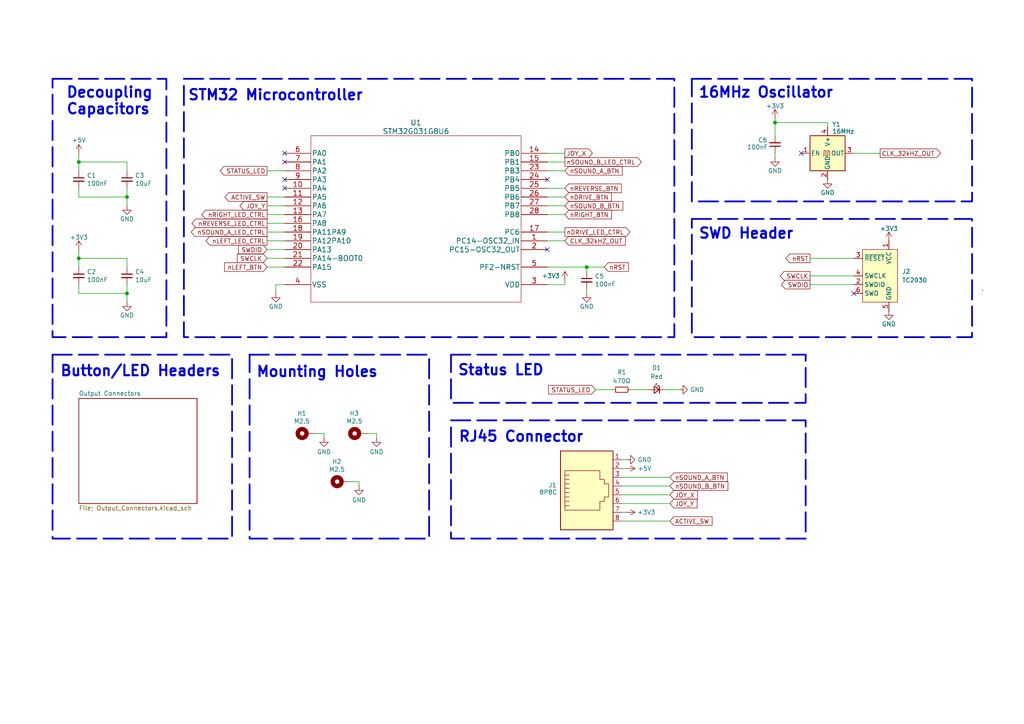
<source format=kicad_sch>
(kicad_sch (version 20250114) (generator "eeschema") (generator_version "9.0")
  (paper "A4")
  (title_block (title "Control Panel Logic Board") (date "2025-04-13") (rev "V3") (company "Geeks For Kids") (comment 1 "Learn Science and Math Club"))
  (lib_symbols
    (symbol "+5V_1" (power) (pin_numbers (hide yes)) (pin_names (offset 0) (hide yes))
      (property "Value" "+5V" (at 0 3.556 0))
      (symbol "+5V_1_0_1"
        (polyline (pts (xy -0.762 1.27) (xy 0 2.54)))
        (polyline (pts (xy 0 2.54) (xy 0.762 1.27)))
        (polyline (pts (xy 0 0) (xy 0 2.54)))
      )
      (symbol "+5V_1_1_1"
        (pin power_in line (at 0 0 90) (length 0) (name "~") (number "1"))
      )
    )
    (symbol "8P8C_1" (pin_names (offset 1.016))
      (property "Reference" "J" (at -5.08 13.97 0))
      (property "Value" "8P8C" (at 2.54 13.97 0))
      (symbol "8P8C_1_0_1"
        (polyline (pts (xy -6.35 1.905) (xy -5.08 1.905) (xy -5.08 1.905)))
        (polyline (pts (xy -6.35 0.635) (xy -5.08 0.635) (xy -5.08 0.635)))
        (polyline (pts (xy -6.35 -0.635) (xy -5.08 -0.635) (xy -5.08 -0.635)))
        (polyline (pts (xy -6.35 -1.905) (xy -5.08 -1.905) (xy -5.08 -1.905)))
        (polyline (pts (xy -6.35 -3.175) (xy -5.08 -3.175) (xy -5.08 -3.175)))
        (polyline (pts (xy -6.35 -4.445) (xy -6.35 6.985) (xy 3.81 6.985) (xy 3.81 4.445) (xy 5.08 4.445) (xy 5.08 3.175) (xy 6.35 3.175) (xy 6.35 -0.635) (xy 5.08 -0.635) (xy 5.08 -1.905) (xy 3.81 -1.905) (xy 3.81 -4.445) (xy -6.35 -4.445) (xy -6.35 -4.445)))
        (polyline (pts (xy -5.08 5.715) (xy -6.35 5.715)))
        (polyline (pts (xy -5.08 4.445) (xy -6.35 4.445)))
        (polyline (pts (xy -5.08 3.175) (xy -6.35 3.175) (xy -6.35 3.175)))
        (rectangle (start 7.62 12.7) (end -7.62 -10.16) (stroke (width 0.254)) (fill (type background)))
      )
      (symbol "8P8C_1_1_1"
        (pin passive line (at 10.16 10.16 180) (length 2.54) (name "~") (number "8"))
        (pin passive line (at 10.16 7.62 180) (length 2.54) (name "~") (number "7"))
        (pin passive line (at 10.16 5.08 180) (length 2.54) (name "~") (number "6"))
        (pin passive line (at 10.16 2.54 180) (length 2.54) (name "~") (number "5"))
        (pin passive line (at 10.16 0 180) (length 2.54) (name "~") (number "4"))
        (pin passive line (at 10.16 -2.54 180) (length 2.54) (name "~") (number "3"))
        (pin passive line (at 10.16 -5.08 180) (length 2.54) (name "~") (number "2"))
        (pin passive line (at 10.16 -7.62 180) (length 2.54) (name "~") (number "1"))
      )
    )
    (symbol "Connector:Conn_ARM_SWD_TagConnect_TC2030-NL" (in_bom no)
      (property "Reference" "J" (at 2.54 11.43 0))
      (property "Value" "Conn_ARM_SWD_TagConnect_TC2030-NL" (at 2.54 8.89 0))
      (symbol "Conn_ARM_SWD_TagConnect_TC2030-NL_0_0"
        (pin power_in line (at -2.54 10.16 270) (length 2.54) (name "VCC") (number "1"))
        (pin power_in line (at -2.54 -10.16 90) (length 2.54) (name "GND") (number "5"))
        (pin open_collector line (at 7.62 5.08 180) (length 2.54) (name "~{RESET}") (number "3"))
        (pin output line (at 7.62 0 180) (length 2.54) (name "SWCLK") (number "4"))
        (pin bidirectional line (at 7.62 -2.54 180) (length 2.54) (name "SWDIO") (number "2"))
        (pin input line (at 7.62 -5.08 180) (length 2.54) (name "SWO") (number "6"))
      )
      (symbol "Conn_ARM_SWD_TagConnect_TC2030-NL_0_1"
        (rectangle (start -5.08 7.62) (end 5.08 -7.62) (fill (type background)))
      )
    )
    (symbol "Device:C_Small" (pin_numbers (hide yes)) (pin_names (offset 0.254) (hide yes))
      (property "Reference" "C" (at 0.254 1.778 0))
      (property "Value" "C_Small" (at 0.254 -2.032 0))
      (symbol "C_Small_0_1"
        (polyline (pts (xy -1.524 0.508) (xy 1.524 0.508)) (stroke (width 0.3048)))
        (polyline (pts (xy -1.524 -0.508) (xy 1.524 -0.508)) (stroke (width 0.3302)))
      )
      (symbol "C_Small_1_1"
        (pin passive line (at 0 2.54 270) (length 2.032) (name "~") (number "1"))
        (pin passive line (at 0 -2.54 90) (length 2.032) (name "~") (number "2"))
      )
    )
    (symbol "Device:LED_Small" (pin_numbers (hide yes)) (pin_names (offset 0.254) (hide yes))
      (property "Reference" "D" (at -1.27 3.175 0))
      (property "Value" "LED_Small" (at -4.445 -2.54 0))
      (symbol "LED_Small_0_1"
        (polyline (pts (xy -0.762 -1.016) (xy -0.762 1.016)) (stroke (width 0.254)))
        (polyline (pts (xy 0 0.762) (xy -0.508 1.27) (xy -0.254 1.27) (xy -0.508 1.27) (xy -0.508 1.016)))
        (polyline (pts (xy 0.508 1.27) (xy 0 1.778) (xy 0.254 1.778) (xy 0 1.778) (xy 0 1.524)))
        (polyline (pts (xy 0.762 -1.016) (xy -0.762 0) (xy 0.762 1.016) (xy 0.762 -1.016)) (stroke (width 0.254)))
        (polyline (pts (xy 1.016 0) (xy -0.762 0)))
      )
      (symbol "LED_Small_1_1"
        (pin passive line (at -2.54 0 0) (length 1.778) (name "K") (number "1"))
        (pin passive line (at 2.54 0 180) (length 1.778) (name "A") (number "2"))
      )
    )
    (symbol "Device:R_Small" (pin_numbers (hide yes)) (pin_names (offset 0.254) (hide yes))
      (property "Reference" "R" (at 0.762 0.508 0))
      (property "Value" "R_Small" (at 0.762 -1.016 0))
      (symbol "R_Small_0_1"
        (rectangle (start -0.762 1.778) (end 0.762 -1.778) (stroke (width 0.2032)))
      )
      (symbol "R_Small_1_1"
        (pin passive line (at 0 2.54 270) (length 0.762) (name "~") (number "1"))
        (pin passive line (at 0 -2.54 90) (length 0.762) (name "~") (number "2"))
      )
    )
    (symbol "GND_1" (power) (pin_numbers (hide yes)) (pin_names (offset 0) (hide yes))
      (property "Value" "GND" (at 0 -3.81 0))
      (symbol "GND_1_0_1"
        (polyline (pts (xy 0 0) (xy 0 -1.27) (xy 1.27 -1.27) (xy 0 -2.54) (xy -1.27 -1.27) (xy 0 -1.27)))
      )
      (symbol "GND_1_1_1"
        (pin power_in line (at 0 0 270) (length 0) (name "~") (number "1"))
      )
    )
    (symbol "Mechanical:MountingHole_Pad" (pin_numbers (hide yes)) (pin_names (offset 1.016) (hide yes)) (exclude_from_sim yes) (in_bom no)
      (property "Reference" "H" (at 0 6.35 0))
      (property "Value" "MountingHole_Pad" (at 0 4.445 0))
      (symbol "MountingHole_Pad_0_1"
        (circle (center 0 1.27) (radius 1.27) (stroke (width 1.27)))
      )
      (symbol "MountingHole_Pad_1_1"
        (pin input line (at 0 -2.54 90) (length 2.54) (name "1") (number "1"))
      )
    )
    (symbol "Oscillator:XO32" (pin_names (offset 0.254))
      (property "Reference" "Y" (at -5.08 6.35 0))
      (property "Value" "XO32" (at 1.27 -6.35 0))
      (symbol "XO32_0_1"
        (rectangle (start -5.08 5.08) (end 5.08 -5.08) (stroke (width 0.254)) (fill (type background)))
        (polyline (pts (xy -1.27 -0.762) (xy -1.016 -0.762) (xy -1.016 0.762) (xy -0.508 0.762) (xy -0.508 -0.762) (xy 0 -0.762) (xy 0 0.762) (xy 0.508 0.762) (xy 0.508 -0.762) (xy 0.762 -0.762)))
      )
      (symbol "XO32_1_1"
        (pin input line (at -7.62 0 0) (length 2.54) (name "EN") (number "1"))
        (pin power_in line (at 0 7.62 270) (length 2.54) (name "V+") (number "4"))
        (pin power_in line (at 0 -7.62 90) (length 2.54) (name "GND") (number "2"))
        (pin output line (at 7.62 0 180) (length 2.54) (name "OUT") (number "3"))
      )
    )
    (symbol "STM32QFN:STM32G031G8U6" (pin_names (offset 0.254))
      (property "Reference" "U" (at 38.1 10.16 0))
      (property "Value" "STM32G031G8U6" (at 38.1 7.62 0))
      (symbol "STM32G031G8U6_1_1"
        (polyline (pts (xy 7.62 5.08) (xy 7.62 -43.18)) (stroke (width 0.127)))
        (polyline (pts (xy 7.62 -43.18) (xy 68.58 -43.18)) (stroke (width 0.127)))
        (polyline (pts (xy 68.58 5.08) (xy 7.62 5.08)) (stroke (width 0.127)))
        (polyline (pts (xy 68.58 -43.18) (xy 68.58 5.08)) (stroke (width 0.127)))
        (pin bidirectional line (at 0 0 0) (length 7.62) (name "PA0") (number "6"))
        (pin bidirectional line (at 0 -2.54 0) (length 7.62) (name "PA1") (number "7"))
        (pin bidirectional line (at 0 -5.08 0) (length 7.62) (name "PA2") (number "8"))
        (pin bidirectional line (at 0 -7.62 0) (length 7.62) (name "PA3") (number "9"))
        (pin bidirectional line (at 0 -10.16 0) (length 7.62) (name "PA4") (number "10"))
        (pin bidirectional line (at 0 -12.7 0) (length 7.62) (name "PA5") (number "11"))
        (pin bidirectional line (at 0 -15.24 0) (length 7.62) (name "PA6") (number "12"))
        (pin bidirectional line (at 0 -17.78 0) (length 7.62) (name "PA7") (number "13"))
        (pin bidirectional line (at 0 -20.32 0) (length 7.62) (name "PA8") (number "16"))
        (pin bidirectional line (at 0 -22.86 0) (length 7.62) (name "PA11PA9") (number "18"))
        (pin bidirectional line (at 0 -25.4 0) (length 7.62) (name "PA12PA10") (number "19"))
        (pin bidirectional line (at 0 -27.94 0) (length 7.62) (name "PA13") (number "20"))
        (pin bidirectional line (at 0 -30.48 0) (length 7.62) (name "PA14-BOOT0") (number "21"))
        (pin bidirectional line (at 0 -33.02 0) (length 7.62) (name "PA15") (number "22"))
        (pin power_in line (at 0 -38.1 0) (length 7.62) (name "VSS") (number "4"))
        (pin bidirectional line (at 76.2 0 180) (length 7.62) (name "PB0") (number "14"))
        (pin bidirectional line (at 76.2 -2.54 180) (length 7.62) (name "PB1") (number "15"))
        (pin bidirectional line (at 76.2 -5.08 180) (length 7.62) (name "PB3") (number "23"))
        (pin bidirectional line (at 76.2 -7.62 180) (length 7.62) (name "PB4") (number "24"))
        (pin bidirectional line (at 76.2 -10.16 180) (length 7.62) (name "PB5") (number "25"))
        (pin bidirectional line (at 76.2 -12.7 180) (length 7.62) (name "PB6") (number "26"))
        (pin bidirectional line (at 76.2 -15.24 180) (length 7.62) (name "PB7") (number "27"))
        (pin bidirectional line (at 76.2 -17.78 180) (length 7.62) (name "PB8") (number "28"))
        (pin bidirectional line (at 76.2 -22.86 180) (length 7.62) (name "PC6") (number "17"))
        (pin bidirectional line (at 76.2 -25.4 180) (length 7.62) (name "PC14-OSC32_IN") (number "1"))
        (pin bidirectional line (at 76.2 -27.94 180) (length 7.62) (name "PC15-OSC32_OUT") (number "2"))
        (pin bidirectional line (at 76.2 -33.02 180) (length 7.62) (name "PF2-NRST") (number "5"))
        (pin power_in line (at 76.2 -38.1 180) (length 7.62) (name "VDD") (number "3"))
      )
    )
    (symbol "power:+3V3" (power) (pin_numbers (hide yes)) (pin_names (offset 0) (hide yes))
      (property "Value" "+3V3" (at 0 3.556 0))
      (symbol "+3V3_0_1"
        (polyline (pts (xy -0.762 1.27) (xy 0 2.54)))
        (polyline (pts (xy 0 2.54) (xy 0.762 1.27)))
        (polyline (pts (xy 0 0) (xy 0 2.54)))
      )
      (symbol "+3V3_1_1"
        (pin power_in line (at 0 0 90) (length 0) (name "~") (number "1"))
      )
    )
  )
  (rectangle (start 53.34 22.86) (end 195.58 97.79) (stroke (width 0.508) (type dash)))
  (rectangle (start 200.66 22.86) (end 281.94 58.42) (stroke (width 0.508) (type dash)))
  (rectangle (start 130.81 121.92) (end 233.68 156.21) (stroke (width 0.508) (type dash)))
  (rectangle (start 200.66 63.5) (end 281.94 97.79) (stroke (width 0.508) (type dash)))
  (rectangle (start 72.39 102.87) (end 124.46 156.21) (stroke (width 0.508) (type dash)))
  (rectangle (start 15.24 102.87) (end 67.31 156.21) (stroke (width 0.508) (type dash)))
  (rectangle (start 15.24 22.86) (end 48.26 97.79) (stroke (width 0.508) (type dash)))
  (rectangle (start 130.81 102.87) (end 233.68 116.84) (stroke (width 0.508) (type dash)))
  (text "STM32 Microcontroller" (at 54.356 29.464 0) (effects (font (size 2.9972 2.9972) (thickness 0.5994) (bold yes)) (justify left bottom)))
  (text "RJ45 Connector" (at 132.842 128.524 0) (effects (font (size 2.9972 2.9972) (thickness 0.5994) (bold yes)) (justify left bottom)))
  (text "SWD Header" (at 230.378 69.596 0) (effects (font (size 2.9972 2.9972) (thickness 0.5994) (bold yes)) (justify right bottom)))
  (text "Decoupling\nCapacitors" (at 19.05 33.528 0) (effects (font (size 2.9972 2.9972) (thickness 0.5994) (bold yes)) (justify left bottom)))
  (text "Button/LED Headers" (at 17.272 109.474 0) (effects (font (size 2.9972 2.9972) (thickness 0.5994) (bold yes)) (justify left bottom)))
  (text "Status LED" (at 132.588 109.22 0) (effects (font (size 2.9972 2.9972) (thickness 0.5994) (bold yes)) (justify left bottom)))
  (text "Mounting Holes" (at 74.168 109.728 0) (effects (font (size 2.9972 2.9972) (thickness 0.5994) (bold yes)) (justify left bottom)))
  (text "16MHz Oscillator" (at 202.438 28.702 0) (effects (font (size 2.9972 2.9972) (thickness 0.5994) (bold yes)) (justify left bottom)))
  (junction (at 22.86 46.99))
  (junction (at 170.18 77.47))
  (junction (at 22.86 74.93))
  (junction (at 224.79 35.56))
  (junction (at 36.83 85.09))
  (junction (at 36.83 57.15))
  (no_connect (at 247.65 85.09))
  (no_connect (at 158.75 72.39))
  (no_connect (at 158.75 52.07))
  (no_connect (at 82.55 54.61))
  (no_connect (at 82.55 44.45))
  (no_connect (at 82.55 46.99))
  (no_connect (at 232.41 44.45))
  (no_connect (at 82.55 52.07))
  (wire (pts (xy 77.47 72.39) (xy 82.55 72.39)))
  (wire (pts (xy 224.79 35.56) (xy 224.79 39.37)))
  (wire (pts (xy 36.83 85.09) (xy 36.83 82.55)))
  (wire (pts (xy 170.18 77.47) (xy 175.26 77.47)))
  (wire (pts (xy 77.47 59.69) (xy 82.55 59.69)))
  (wire (pts (xy 163.83 44.45) (xy 158.75 44.45)))
  (wire (pts (xy 234.95 82.55) (xy 247.65 82.55)))
  (wire (pts (xy 77.47 67.31) (xy 82.55 67.31)))
  (wire (pts (xy 36.83 57.15) (xy 36.83 54.61)))
  (wire (pts (xy 22.86 72.39) (xy 22.86 74.93)))
  (wire (pts (xy 101.6 139.7) (xy 104.14 139.7)))
  (wire (pts (xy 77.47 74.93) (xy 82.55 74.93)))
  (wire (pts (xy 36.83 59.69) (xy 36.83 57.15)))
  (wire (pts (xy 158.75 57.15) (xy 163.83 57.15)))
  (wire (pts (xy 163.83 82.55) (xy 163.83 81.28)))
  (wire (pts (xy 194.31 140.97) (xy 180.34 140.97)))
  (wire (pts (xy 187.96 113.03) (xy 182.88 113.03)))
  (wire (pts (xy 77.47 62.23) (xy 82.55 62.23)))
  (wire (pts (xy 158.75 67.31) (xy 163.83 67.31)))
  (wire (pts (xy 77.47 77.47) (xy 82.55 77.47)))
  (wire (pts (xy 36.83 87.63) (xy 36.83 85.09)))
  (wire (pts (xy 224.79 35.56) (xy 240.03 35.56)))
  (wire (pts (xy 91.44 125.73) (xy 93.98 125.73)))
  (wire (pts (xy 93.98 125.73) (xy 93.98 127)))
  (wire (pts (xy 234.95 80.01) (xy 247.65 80.01)))
  (wire (pts (xy 80.01 82.55) (xy 82.55 82.55)))
  (wire (pts (xy 170.18 85.09) (xy 170.18 83.82)))
  (wire (pts (xy 177.8 113.03) (xy 172.72 113.03)))
  (wire (pts (xy 158.75 82.55) (xy 163.83 82.55)))
  (wire (pts (xy 22.86 57.15) (xy 36.83 57.15)))
  (wire (pts (xy 22.86 57.15) (xy 22.86 54.61)))
  (wire (pts (xy 106.68 125.73) (xy 109.22 125.73)))
  (wire (pts (xy 163.83 69.85) (xy 158.75 69.85)))
  (wire (pts (xy 170.18 77.47) (xy 170.18 78.74)))
  (wire (pts (xy 158.75 49.53) (xy 163.83 49.53)))
  (wire (pts (xy 104.14 139.7) (xy 104.14 140.97)))
  (wire (pts (xy 240.03 35.56) (xy 240.03 36.83)))
  (wire (pts (xy 181.61 135.89) (xy 180.34 135.89)))
  (wire (pts (xy 80.01 82.55) (xy 80.01 85.09)))
  (wire (pts (xy 194.31 138.43) (xy 180.34 138.43)))
  (wire (pts (xy 22.86 85.09) (xy 22.86 82.55)))
  (wire (pts (xy 194.31 146.05) (xy 180.34 146.05)))
  (wire (pts (xy 224.79 44.45) (xy 224.79 45.72)))
  (wire (pts (xy 36.83 74.93) (xy 36.83 77.47)))
  (wire (pts (xy 194.31 143.51) (xy 180.34 143.51)))
  (wire (pts (xy 158.75 59.69) (xy 163.83 59.69)))
  (wire (pts (xy 22.86 74.93) (xy 36.83 74.93)))
  (wire (pts (xy 77.47 49.53) (xy 82.55 49.53)))
  (wire (pts (xy 22.86 74.93) (xy 22.86 77.47)))
  (wire (pts (xy 158.75 54.61) (xy 163.83 54.61)))
  (wire (pts (xy 194.31 151.13) (xy 180.34 151.13)))
  (wire (pts (xy 109.22 125.73) (xy 109.22 127)))
  (wire (pts (xy 22.86 46.99) (xy 22.86 49.53)))
  (wire (pts (xy 196.85 113.03) (xy 193.04 113.03)))
  (wire (pts (xy 22.86 46.99) (xy 36.83 46.99)))
  (wire (pts (xy 77.47 69.85) (xy 82.55 69.85)))
  (wire (pts (xy 181.61 148.59) (xy 180.34 148.59)))
  (wire (pts (xy 158.75 46.99) (xy 163.83 46.99)))
  (wire (pts (xy 255.27 44.45) (xy 247.65 44.45)))
  (wire (pts (xy 234.95 74.93) (xy 247.65 74.93)))
  (wire (pts (xy 22.86 44.45) (xy 22.86 46.99)))
  (wire (pts (xy 224.79 34.29) (xy 224.79 35.56)))
  (wire (pts (xy 36.83 46.99) (xy 36.83 49.53)))
  (polyline (pts (xy 284.988 84.074) (xy 284.988 84.328)))
  (wire (pts (xy 77.47 64.77) (xy 82.55 64.77)))
  (wire (pts (xy 77.47 57.15) (xy 82.55 57.15)))
  (wire (pts (xy 181.61 133.35) (xy 180.34 133.35)))
  (wire (pts (xy 158.75 77.47) (xy 170.18 77.47)))
  (wire (pts (xy 158.75 62.23) (xy 163.83 62.23)))
  (wire (pts (xy 22.86 85.09) (xy 36.83 85.09)))
  (global_label "ACTIVE_SW" (shape input) (at 194.31 151.13 0) (property "Intersheetrefs" "${INTERSHEET_REFS}" (effects (hide yes))))
  (global_label "nSOUND_A_LED_CTRL" (shape output) (at 77.47 67.31 180) (property "Intersheetrefs" "${INTERSHEET_REFS}" (effects (hide yes))))
  (global_label "nSOUND_B_LED_CTRL" (shape output) (at 163.83 46.99 0) (property "Intersheetrefs" "${INTERSHEET_REFS}" (effects (hide yes))))
  (global_label "JOY_Y" (shape output) (at 77.47 59.69 180) (property "Intersheetrefs" "${INTERSHEET_REFS}" (effects (hide yes))))
  (global_label "JOY_X" (shape output) (at 163.83 44.45 0) (property "Intersheetrefs" "${INTERSHEET_REFS}" (effects (hide yes))))
  (global_label "STATUS_LED" (shape input) (at 172.72 113.03 180) (property "Intersheetrefs" "${INTERSHEET_REFS}" (effects (hide yes))))
  (global_label "nSOUND_B_BTN" (shape input) (at 194.31 140.97 0) (property "Intersheetrefs" "${INTERSHEET_REFS}" (effects (hide yes))))
  (global_label "nSOUND_B_BTN" (shape input) (at 163.83 59.69 0) (property "Intersheetrefs" "${INTERSHEET_REFS}" (effects (hide yes))))
  (global_label "SWDIO" (shape output) (at 234.95 82.55 180) (property "Intersheetrefs" "${INTERSHEET_REFS}" (effects (hide yes))))
  (global_label "SWDIO" (shape input) (at 77.47 72.39 180) (property "Intersheetrefs" "${INTERSHEET_REFS}" (effects (hide yes))))
  (global_label "JOY_Y" (shape input) (at 194.31 146.05 0) (property "Intersheetrefs" "${INTERSHEET_REFS}" (effects (hide yes))))
  (global_label "nSOUND_A_BTN" (shape input) (at 194.31 138.43 0) (property "Intersheetrefs" "${INTERSHEET_REFS}" (effects (hide yes))))
  (global_label "STATUS_LED" (shape output) (at 77.47 49.53 180) (property "Intersheetrefs" "${INTERSHEET_REFS}" (effects (hide yes))))
  (global_label "nDRIVE_BTN" (shape input) (at 163.83 57.15 0) (property "Intersheetrefs" "${INTERSHEET_REFS}" (effects (hide yes))))
  (global_label "nLEFT_LED_CTRL" (shape output) (at 77.47 69.85 180) (property "Intersheetrefs" "${INTERSHEET_REFS}" (effects (hide yes))))
  (global_label "SWCLK" (shape output) (at 234.95 80.01 180) (property "Intersheetrefs" "${INTERSHEET_REFS}" (effects (hide yes))))
  (global_label "CLK_32kHZ_OUT" (shape output) (at 255.27 44.45 0) (property "Intersheetrefs" "${INTERSHEET_REFS}" (effects (hide yes))))
  (global_label "JOY_X" (shape input) (at 194.31 143.51 0) (property "Intersheetrefs" "${INTERSHEET_REFS}" (effects (hide yes))))
  (global_label "nRST" (shape input) (at 175.26 77.47 0) (property "Intersheetrefs" "${INTERSHEET_REFS}" (effects (hide yes))))
  (global_label "nDRIVE_LED_CTRL" (shape output) (at 163.83 67.31 0) (property "Intersheetrefs" "${INTERSHEET_REFS}" (effects (hide yes))))
  (global_label "CLK_32kHZ_OUT" (shape input) (at 163.83 69.85 0) (property "Intersheetrefs" "${INTERSHEET_REFS}" (effects (hide yes))))
  (global_label "SWCLK" (shape input) (at 77.47 74.93 180) (property "Intersheetrefs" "${INTERSHEET_REFS}" (effects (hide yes))))
  (global_label "nREVERSE_BTN" (shape input) (at 163.83 54.61 0) (property "Intersheetrefs" "${INTERSHEET_REFS}" (effects (hide yes))))
  (global_label "nSOUND_A_BTN" (shape input) (at 163.83 49.53 0) (property "Intersheetrefs" "${INTERSHEET_REFS}" (effects (hide yes))))
  (global_label "nRIGHT_LED_CTRL" (shape output) (at 77.47 62.23 180) (property "Intersheetrefs" "${INTERSHEET_REFS}" (effects (hide yes))))
  (global_label "nRIGHT_BTN" (shape input) (at 163.83 62.23 0) (property "Intersheetrefs" "${INTERSHEET_REFS}" (effects (hide yes))))
  (global_label "nRST" (shape output) (at 234.95 74.93 180) (property "Intersheetrefs" "${INTERSHEET_REFS}" (effects (hide yes))))
  (global_label "ACTIVE_SW" (shape output) (at 77.47 57.15 180) (property "Intersheetrefs" "${INTERSHEET_REFS}" (effects (hide yes))))
  (global_label "nLEFT_BTN" (shape input) (at 77.47 77.47 180) (property "Intersheetrefs" "${INTERSHEET_REFS}" (effects (hide yes))))
  (global_label "nREVERSE_LED_CTRL" (shape output) (at 77.47 64.77 180) (property "Intersheetrefs" "${INTERSHEET_REFS}" (effects (hide yes))))
  (symbol (lib_id "Device:C_Small") (at 22.86 80.01 0) (unit 1)
    (property "Reference" "C2" (at 25.1968 78.8416 0) (effects (justify left)))
    (property "Value" "100nF" (at 25.1968 81.153 0) (effects (justify left)))
    (property "Footprint" "Capacitor_SMD:C_0402_1005Metric" (effects (hide yes)))
    (property "MPN" "C307331" (effects (hide yes)))
  )
  (symbol (lib_id "Device:C_Small") (at 36.83 80.01 0) (unit 1)
    (property "Reference" "C4" (at 39.1668 78.8416 0) (effects (justify left)))
    (property "Value" "10uF" (at 39.1668 81.153 0) (effects (justify left)))
    (property "Footprint" "Capacitor_SMD:C_0603_1608Metric" (effects (hide yes)))
    (property "MPN" "C96446" (effects (hide yes)))
  )
  (symbol (lib_id "Device:C_Small") (at 170.18 81.28 0) (unit 1)
    (property "Reference" "C5" (at 172.5168 80.1116 0) (effects (justify left)))
    (property "Value" "100nF" (at 172.5168 82.423 0) (effects (justify left)))
    (property "Footprint" "Capacitor_SMD:C_0402_1005Metric" (effects (hide yes)))
    (property "MPN" "C307331" (effects (hide yes)))
  )
  (symbol (lib_id "power:+3V3") (at 257.81 69.85 0) (unit 1)
    (property "Reference" "#PWR018" (effects (hide yes)))
    (property "Value" "+3V3" (at 257.81 66.294 0))
    (property "Description" "Power symbol creates a global label with name \"+3V3\"" (effects (hide yes)))
  )
  (symbol (lib_id "Device:C_Small") (at 224.79 41.91 180) (unit 1)
    (property "Reference" "C6" (at 221.234 40.64 0))
    (property "Value" "100nF" (at 219.71 42.672 0))
    (property "Footprint" "Capacitor_SMD:C_0402_1005Metric" (effects (hide yes)))
    (property "MPN" "C307331" (effects (hide yes)))
  )
  (symbol (lib_id "Connector:Conn_ARM_SWD_TagConnect_TC2030-NL") (at 255.27 80.01 0) (mirror y) (unit 1) (in_bom no)
    (property "Reference" "J2" (at 261.62 78.7399 0) (effects (justify right)))
    (property "Value" "TC2030" (at 261.62 81.2799 0) (effects (justify right)))
    (property "Footprint" "Connector:Tag-Connect_TC2030-IDC-NL_2x03_P1.27mm_Vertical" (effects (hide yes)))
    (property "Datasheet" "https://www.tag-connect.com/wp-content/uploads/bsk-pdf-manager/TC2030-CTX_1.pdf" (effects (hide yes)))
  )
  (symbol (lib_id "Mechanical:MountingHole_Pad") (at 88.9 125.73 90) (unit 1) (exclude_from_sim yes) (in_bom no)
    (property "Reference" "H1" (at 88.9 119.888 90) (effects (justify left)))
    (property "Value" "M2.5" (at 89.916 122.174 90) (effects (justify left)))
    (property "Footprint" "MountingHole:MountingHole_2.7mm_M2.5_Pad_Via" (effects (hide yes)))
    (property "Description" "Mounting Hole with connection" (effects (hide yes)))
  )
  (symbol (lib_name "GND_1") (lib_id "power:GND") (at 224.79 45.72 0) (unit 1)
    (property "Reference" "#PWR016" (effects (hide yes)))
    (property "Value" "GND" (at 224.79 49.53 0))
    (property "Description" "Power symbol creates a global label with name \"GND\" , ground" (effects (hide yes)))
  )
  (symbol (lib_id "power:+3V3") (at 163.83 81.28 0) (unit 1)
    (property "Reference" "#PWR09" (effects (hide yes)))
    (property "Value" "+3V3" (at 159.766 80.01 0))
    (property "Description" "Power symbol creates a global label with name \"+3V3\"" (effects (hide yes)))
  )
  (symbol (lib_id "Oscillator:XO32") (at 240.03 44.45 0) (unit 1)
    (property "Reference" "Y1" (at 242.57 36.068 0))
    (property "Value" "16MHz" (at 244.602 38.1 0))
    (property "Footprint" "Crystal:Crystal_SMD_3225-4Pin_3.2x2.5mm" (effects (hide yes)))
    (property "Description" "HCMOS Clock Oscillator" (effects (hide yes)))
    (property "MPN" "C5189452" (effects (hide yes)))
  )
  (symbol (lib_name "GND_1") (lib_id "power:GND") (at 93.98 127 0) (unit 1)
    (property "Reference" "#PWR06" (effects (hide yes)))
    (property "Value" "GND" (at 93.98 131.064 0))
    (property "Description" "Power symbol creates a global label with name \"GND\" , ground" (effects (hide yes)))
  )
  (symbol (lib_name "GND_1") (lib_id "power:GND") (at 257.81 90.17 0) (unit 1)
    (property "Reference" "#PWR019" (effects (hide yes)))
    (property "Value" "GND" (at 257.81 93.98 0))
    (property "Description" "Power symbol creates a global label with name \"GND\" , ground" (effects (hide yes)))
  )
  (symbol (lib_name "8P8C_1") (lib_id "Connector:8P8C") (at 170.18 140.97 0) (mirror x) (unit 1) (in_bom no)
    (property "Reference" "J1" (at 160.274 140.716 0))
    (property "Value" "8P8C" (at 159.004 142.748 0))
    (property "Footprint" "Useful Modifications:RJ45_x08_Tab_Up" (effects (hide yes)))
    (property "Description" "RJ connector, 8P8C (8 positions 8 connected), RJ31/RJ32/RJ33/RJ34/RJ35/RJ41/RJ45/RJ49/RJ61" (effects (hide yes)))
  )
  (symbol (lib_name "+5V_1") (lib_id "power:+5V") (at 22.86 44.45 0) (unit 1)
    (property "Reference" "#PWR01" (effects (hide yes)))
    (property "Value" "+5V" (at 22.86 40.64 0))
    (property "Description" "Power symbol creates a global label with name \"+5V\"" (effects (hide yes)))
  )
  (symbol (lib_id "power:+3V3") (at 22.86 72.39 0) (unit 1)
    (property "Reference" "#PWR02" (effects (hide yes)))
    (property "Value" "+3V3" (at 22.86 68.834 0))
    (property "Description" "Power symbol creates a global label with name \"+3V3\"" (effects (hide yes)))
  )
  (symbol (lib_id "Device:R_Small") (at 180.34 113.03 270) (mirror x) (unit 1)
    (property "Reference" "R1" (at 180.34 107.95 90))
    (property "Value" "470Ω" (at 180.34 110.49 90))
    (property "Footprint" "Capacitor_SMD:C_0402_1005Metric" (effects (hide yes)))
    (property "MPN" "C25117" (effects (hide yes)))
  )
  (symbol (lib_id "power:+3V3") (at 224.79 34.29 0) (unit 1)
    (property "Reference" "#PWR015" (effects (hide yes)))
    (property "Value" "+3V3" (at 224.79 30.734 0))
    (property "Description" "Power symbol creates a global label with name \"+3V3\"" (effects (hide yes)))
  )
  (symbol (lib_name "GND_1") (lib_id "power:GND") (at 36.83 87.63 0) (unit 1)
    (property "Reference" "#PWR04" (effects (hide yes)))
    (property "Value" "GND" (at 36.83 91.44 0))
    (property "Description" "Power symbol creates a global label with name \"GND\" , ground" (effects (hide yes)))
  )
  (symbol (lib_id "Device:LED_Small") (at 190.5 113.03 0) (mirror y) (unit 1)
    (property "Reference" "D1" (at 190.4365 106.68 0))
    (property "Value" "Red" (at 190.4365 109.22 0))
    (property "Footprint" "Capacitor_SMD:C_0603_1608Metric" (effects (hide yes)))
    (property "Description" "Light emitting diode, small symbol" (effects (hide yes)))
    (property "MPN" "C965799" (effects (hide yes)))
    (property "Sim.Pin" "1=K 2=A" (effects (hide yes)))
  )
  (symbol (lib_id "Mechanical:MountingHole_Pad") (at 99.06 139.7 90) (unit 1) (exclude_from_sim yes) (in_bom no)
    (property "Reference" "H2" (at 99.06 133.858 90) (effects (justify left)))
    (property "Value" "M2.5" (at 100.076 136.144 90) (effects (justify left)))
    (property "Footprint" "MountingHole:MountingHole_2.7mm_M2.5_Pad_Via" (effects (hide yes)))
    (property "Description" "Mounting Hole with connection" (effects (hide yes)))
  )
  (symbol (lib_name "GND_1") (lib_id "power:GND") (at 181.61 133.35 90) (unit 1)
    (property "Reference" "#PWR011" (effects (hide yes)))
    (property "Value" "GND" (at 186.944 133.35 90))
    (property "Description" "Power symbol creates a global label with name \"GND\" , ground" (effects (hide yes)))
  )
  (symbol (lib_id "Device:C_Small") (at 36.83 52.07 0) (unit 1)
    (property "Reference" "C3" (at 39.1668 50.9016 0) (effects (justify left)))
    (property "Value" "10uF" (at 39.1668 53.213 0) (effects (justify left)))
    (property "Footprint" "Capacitor_SMD:C_0603_1608Metric" (effects (hide yes)))
    (property "MPN" "C96446" (effects (hide yes)))
  )
  (symbol (lib_id "power:+3V3") (at 181.61 148.59 270) (unit 1)
    (property "Reference" "#PWR013" (effects (hide yes)))
    (property "Value" "+3V3" (at 187.452 148.59 90))
    (property "Description" "Power symbol creates a global label with name \"+3V3\"" (effects (hide yes)))
  )
  (symbol (lib_id "STM32QFN:STM32G031G8U6") (at 82.55 44.45 0) (unit 1)
    (property "Reference" "U1" (at 120.65 35.56 0) (effects (font (size 1.524 1.524))))
    (property "Value" "STM32G031G8U6" (at 120.65 38.1 0) (effects (font (size 1.524 1.524))))
    (property "Footprint" "Useful Modifications:STM32G031G8U6" (effects (hide yes)))
    (property "MPN" "C432211" (effects (hide yes)))
  )
  (symbol (lib_name "GND_1") (lib_id "power:GND") (at 36.83 59.69 0) (unit 1)
    (property "Reference" "#PWR03" (effects (hide yes)))
    (property "Value" "GND" (at 36.83 63.5 0))
    (property "Description" "Power symbol creates a global label with name \"GND\" , ground" (effects (hide yes)))
  )
  (symbol (lib_name "GND_1") (lib_id "power:GND") (at 170.18 85.09 0) (unit 1)
    (property "Reference" "#PWR010" (effects (hide yes)))
    (property "Value" "GND" (at 170.18 88.9 0))
    (property "Description" "Power symbol creates a global label with name \"GND\" , ground" (effects (hide yes)))
  )
  (symbol (lib_id "Mechanical:MountingHole_Pad") (at 104.14 125.73 90) (unit 1) (exclude_from_sim yes) (in_bom no)
    (property "Reference" "H3" (at 104.14 119.888 90) (effects (justify left)))
    (property "Value" "M2.5" (at 105.156 122.174 90) (effects (justify left)))
    (property "Footprint" "MountingHole:MountingHole_2.7mm_M2.5_Pad_Via" (effects (hide yes)))
    (property "Description" "Mounting Hole with connection" (effects (hide yes)))
  )
  (symbol (lib_name "GND_1") (lib_id "power:GND") (at 240.03 52.07 0) (unit 1)
    (property "Reference" "#PWR017" (effects (hide yes)))
    (property "Value" "GND" (at 240.03 55.88 0))
    (property "Description" "Power symbol creates a global label with name \"GND\" , ground" (effects (hide yes)))
  )
  (symbol (lib_name "GND_1") (lib_id "power:GND") (at 109.22 127 0) (unit 1)
    (property "Reference" "#PWR08" (effects (hide yes)))
    (property "Value" "GND" (at 109.22 131.064 0))
    (property "Description" "Power symbol creates a global label with name \"GND\" , ground" (effects (hide yes)))
  )
  (symbol (lib_name "+5V_1") (lib_id "power:+5V") (at 181.61 135.89 270) (unit 1)
    (property "Reference" "#PWR012" (effects (hide yes)))
    (property "Value" "+5V" (at 186.944 135.89 90))
    (property "Description" "Power symbol creates a global label with name \"+5V\"" (effects (hide yes)))
  )
  (symbol (lib_name "GND_1") (lib_id "power:GND") (at 196.85 113.03 90) (unit 1)
    (property "Reference" "#PWR014" (effects (hide yes)))
    (property "Value" "GND" (at 202.184 113.03 90))
    (property "Description" "Power symbol creates a global label with name \"GND\" , ground" (effects (hide yes)))
  )
  (symbol (lib_name "GND_1") (lib_id "power:GND") (at 80.01 85.09 0) (unit 1)
    (property "Reference" "#PWR05" (effects (hide yes)))
    (property "Value" "GND" (at 80.01 88.9 0))
    (property "Description" "Power symbol creates a global label with name \"GND\" , ground" (effects (hide yes)))
  )
  (symbol (lib_name "GND_1") (lib_id "power:GND") (at 104.14 140.97 0) (unit 1)
    (property "Reference" "#PWR07" (effects (hide yes)))
    (property "Value" "GND" (at 104.14 145.034 0))
    (property "Description" "Power symbol creates a global label with name \"GND\" , ground" (effects (hide yes)))
  )
  (symbol (lib_id "Device:C_Small") (at 22.86 52.07 0) (unit 1)
    (property "Reference" "C1" (at 25.1968 50.9016 0) (effects (justify left)))
    (property "Value" "100nF" (at 25.1968 53.213 0) (effects (justify left)))
    (property "Footprint" "Capacitor_SMD:C_0402_1005Metric" (effects (hide yes)))
    (property "MPN" "C307331" (effects (hide yes)))
  )
  (sheet (at 22.86 115.57) (size 34.29 30.48) (stroke (width 0.1524))
    (property "Sheetname" "Output Connectors" (at 22.86 114.8584 0) (effects (justify left bottom)))
    (property "Sheetfile" "Output_Connectors.kicad_sch" (at 22.86 146.6346 0) (effects (justify left top)))
  )
)
</source>
